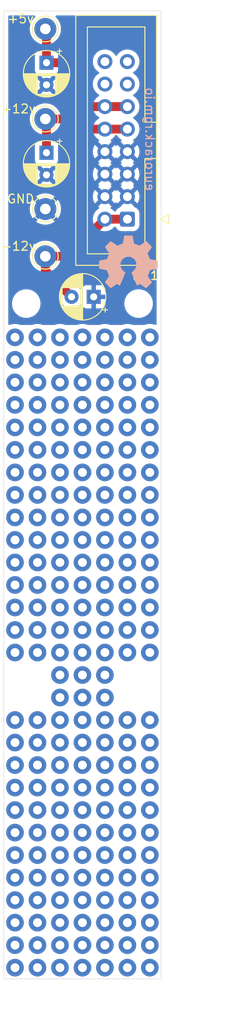
<source format=kicad_pcb>
(kicad_pcb (version 20211014) (generator pcbnew)
  (title_block (title "Eurorack prototype 4HP with power") (date "2022-01-23") (rev "2.1"))
  (layers (0 "F.Cu" signal) (31 "B.Cu" signal) (34 "B.Paste" user) (35 "F.Paste" user) (36 "B.SilkS" user "B.Silkscreen") (37 "F.SilkS" user "F.Silkscreen") (38 "B.Mask" user) (39 "F.Mask" user) (44 "Edge.Cuts" user))
  (net 0 "")
  (net 1 "GND")
  (net 2 "+5V")
  (net 3 "+12V")
  (net 4 "-12V")
  (footprint "eurorack:Pad" (layer "F.Cu") (at 153.67 77.47)
    (fp_text reference "REF**" hide)
    (fp_text value "Pad" hide)
    (pad "1" thru_hole circle (at 0 0) (size 2 2) (drill 1) (layers *.Cu *.Mask))
  )
  (footprint "eurorack:Pad" (layer "F.Cu") (at 151.13 77.47)
    (fp_text reference "REF**" hide)
    (fp_text value "Pad" hide)
    (pad "1" thru_hole circle (at 0 0) (size 2 2) (drill 1) (layers *.Cu *.Mask))
  )
  (footprint "eurorack:Pad" (layer "F.Cu") (at 151.13 74.93)
    (fp_text reference "REF**" hide)
    (fp_text value "Pad" hide)
    (pad "1" thru_hole circle (at 0 0) (size 2 2) (drill 1) (layers *.Cu *.Mask))
  )
  (footprint "eurorack:Pad" (layer "F.Cu") (at 163.83 77.47)
    (fp_text reference "REF**" hide)
    (fp_text value "Pad" hide)
    (pad "1" thru_hole circle (at 0 0) (size 2 2) (drill 1) (layers *.Cu *.Mask))
  )
  (footprint "eurorack:Pad" (layer "F.Cu") (at 161.29 77.47)
    (fp_text reference "REF**" hide)
    (fp_text value "Pad" hide)
    (pad "1" thru_hole circle (at 0 0) (size 2 2) (drill 1) (layers *.Cu *.Mask))
  )
  (footprint "eurorack:Pad" (layer "F.Cu") (at 158.75 74.93)
    (fp_text reference "REF**" hide)
    (fp_text value "Pad" hide)
    (pad "1" thru_hole circle (at 0 0) (size 2 2) (drill 1) (layers *.Cu *.Mask))
  )
  (footprint "eurorack:Pad" (layer "F.Cu") (at 156.21 77.47)
    (fp_text reference "REF**" hide)
    (fp_text value "Pad" hide)
    (pad "1" thru_hole circle (at 0 0) (size 2 2) (drill 1) (layers *.Cu *.Mask))
  )
  (footprint "eurorack:Pad" (layer "F.Cu") (at 156.21 74.93)
    (fp_text reference "REF**" hide)
    (fp_text value "Pad" hide)
    (pad "1" thru_hole circle (at 0 0) (size 2 2) (drill 1) (layers *.Cu *.Mask))
  )
  (footprint "eurorack:Pad" (layer "F.Cu") (at 153.67 74.93)
    (fp_text reference "REF**" hide)
    (fp_text value "Pad" hide)
    (pad "1" thru_hole circle (at 0 0) (size 2 2) (drill 1) (layers *.Cu *.Mask))
  )
  (footprint "eurorack:Pad" (layer "F.Cu") (at 158.75 77.47)
    (fp_text reference "REF**" hide)
    (fp_text value "Pad" hide)
    (pad "1" thru_hole circle (at 0 0) (size 2 2) (drill 1) (layers *.Cu *.Mask))
  )
  (footprint "eurorack:Pad" (layer "F.Cu") (at 163.83 95.25)
    (fp_text reference "REF**" hide)
    (fp_text value "Pad" hide)
    (pad "1" thru_hole circle (at 0 0) (size 2 2) (drill 1) (layers *.Cu *.Mask))
  )
  (footprint "eurorack:Pad" (layer "F.Cu") (at 158.75 80.01)
    (fp_text reference "REF**" hide)
    (fp_text value "Pad" hide)
    (pad "1" thru_hole circle (at 0 0) (size 2 2) (drill 1) (layers *.Cu *.Mask))
  )
  (footprint "eurorack:Pad" (layer "F.Cu") (at 153.67 87.63)
    (fp_text reference "REF**" hide)
    (fp_text value "Pad" hide)
    (pad "1" thru_hole circle (at 0 0) (size 2 2) (drill 1) (layers *.Cu *.Mask))
  )
  (footprint "eurorack:Pad" (layer "F.Cu") (at 156.21 80.01)
    (fp_text reference "REF**" hide)
    (fp_text value "Pad" hide)
    (pad "1" thru_hole circle (at 0 0) (size 2 2) (drill 1) (layers *.Cu *.Mask))
  )
  (footprint "eurorack:Pad" (layer "F.Cu") (at 156.21 92.71)
    (fp_text reference "REF**" hide)
    (fp_text value "Pad" hide)
    (pad "1" thru_hole circle (at 0 0) (size 2 2) (drill 1) (layers *.Cu *.Mask))
  )
  (footprint "eurorack:Pad" (layer "F.Cu") (at 163.83 80.01)
    (fp_text reference "REF**" hide)
    (fp_text value "Pad" hide)
    (pad "1" thru_hole circle (at 0 0) (size 2 2) (drill 1) (layers *.Cu *.Mask))
  )
  (footprint "eurorack:Pad" (layer "F.Cu") (at 161.29 95.25)
    (fp_text reference "REF**" hide)
    (fp_text value "Pad" hide)
    (pad "1" thru_hole circle (at 0 0) (size 2 2) (drill 1) (layers *.Cu *.Mask))
  )
  (footprint "eurorack:Pad" (layer "F.Cu") (at 163.83 90.17)
    (fp_text reference "REF**" hide)
    (fp_text value "Pad" hide)
    (pad "1" thru_hole circle (at 0 0) (size 2 2) (drill 1) (layers *.Cu *.Mask))
  )
  (footprint "eurorack:Pad" (layer "F.Cu") (at 161.29 90.17)
    (fp_text reference "REF**" hide)
    (fp_text value "Pad" hide)
    (pad "1" thru_hole circle (at 0 0) (size 2 2) (drill 1) (layers *.Cu *.Mask))
  )
  (footprint "eurorack:Pad" (layer "F.Cu") (at 151.13 90.17)
    (fp_text reference "REF**" hide)
    (fp_text value "Pad" hide)
    (pad "1" thru_hole circle (at 0 0) (size 2 2) (drill 1) (layers *.Cu *.Mask))
  )
  (footprint "eurorack:Pad" (layer "F.Cu") (at 161.29 82.55)
    (fp_text reference "REF**" hide)
    (fp_text value "Pad" hide)
    (pad "1" thru_hole circle (at 0 0) (size 2 2) (drill 1) (layers *.Cu *.Mask))
  )
  (footprint "eurorack:Pad" (layer "F.Cu") (at 153.67 90.17)
    (fp_text reference "REF**" hide)
    (fp_text value "Pad" hide)
    (pad "1" thru_hole circle (at 0 0) (size 2 2) (drill 1) (layers *.Cu *.Mask))
  )
  (footprint "eurorack:Pad" (layer "F.Cu") (at 156.21 90.17)
    (fp_text reference "REF**" hide)
    (fp_text value "Pad" hide)
    (pad "1" thru_hole circle (at 0 0) (size 2 2) (drill 1) (layers *.Cu *.Mask))
  )
  (footprint "eurorack:Pad" (layer "F.Cu") (at 161.29 80.01)
    (fp_text reference "REF**" hide)
    (fp_text value "Pad" hide)
    (pad "1" thru_hole circle (at 0 0) (size 2 2) (drill 1) (layers *.Cu *.Mask))
  )
  (footprint "eurorack:Pad" (layer "F.Cu") (at 158.75 85.09)
    (fp_text reference "REF**" hide)
    (fp_text value "Pad" hide)
    (pad "1" thru_hole circle (at 0 0) (size 2 2) (drill 1) (layers *.Cu *.Mask))
  )
  (footprint "eurorack:Pad" (layer "F.Cu") (at 151.13 87.63)
    (fp_text reference "REF**" hide)
    (fp_text value "Pad" hide)
    (pad "1" thru_hole circle (at 0 0) (size 2 2) (drill 1) (layers *.Cu *.Mask))
  )
  (footprint "eurorack:Pad" (layer "F.Cu") (at 156.21 97.79)
    (fp_text reference "REF**" hide)
    (fp_text value "Pad" hide)
    (pad "1" thru_hole circle (at 0 0) (size 2 2) (drill 1) (layers *.Cu *.Mask))
  )
  (footprint "eurorack:Pad" (layer "F.Cu") (at 153.67 82.55)
    (fp_text reference "REF**" hide)
    (fp_text value "Pad" hide)
    (pad "1" thru_hole circle (at 0 0) (size 2 2) (drill 1) (layers *.Cu *.Mask))
  )
  (footprint "eurorack:Pad" (layer "F.Cu") (at 158.75 90.17)
    (fp_text reference "REF**" hide)
    (fp_text value "Pad" hide)
    (pad "1" thru_hole circle (at 0 0) (size 2 2) (drill 1) (layers *.Cu *.Mask))
  )
  (footprint "eurorack:Pad" (layer "F.Cu") (at 163.83 87.63)
    (fp_text reference "REF**" hide)
    (fp_text value "Pad" hide)
    (pad "1" thru_hole circle (at 0 0) (size 2 2) (drill 1) (layers *.Cu *.Mask))
  )
  (footprint "eurorack:Pad" (layer "F.Cu") (at 158.75 95.25)
    (fp_text reference "REF**" hide)
    (fp_text value "Pad" hide)
    (pad "1" thru_hole circle (at 0 0) (size 2 2) (drill 1) (layers *.Cu *.Mask))
  )
  (footprint "eurorack:Pad" (layer "F.Cu") (at 156.21 87.63)
    (fp_text reference "REF**" hide)
    (fp_text value "Pad" hide)
    (pad "1" thru_hole circle (at 0 0) (size 2 2) (drill 1) (layers *.Cu *.Mask))
  )
  (footprint "eurorack:Pad" (layer "F.Cu") (at 153.67 80.01)
    (fp_text reference "REF**" hide)
    (fp_text value "Pad" hide)
    (pad "1" thru_hole circle (at 0 0) (size 2 2) (drill 1) (layers *.Cu *.Mask))
  )
  (footprint "eurorack:Pad" (layer "F.Cu") (at 158.75 97.79)
    (fp_text reference "REF**" hide)
    (fp_text value "Pad" hide)
    (pad "1" thru_hole circle (at 0 0) (size 2 2) (drill 1) (layers *.Cu *.Mask))
  )
  (footprint "eurorack:Pad" (layer "F.Cu") (at 158.75 92.71)
    (fp_text reference "REF**" hide)
    (fp_text value "Pad" hide)
    (pad "1" thru_hole circle (at 0 0) (size 2 2) (drill 1) (layers *.Cu *.Mask))
  )
  (footprint "eurorack:Pad" (layer "F.Cu") (at 163.83 92.71)
    (fp_text reference "REF**" hide)
    (fp_text value "Pad" hide)
    (pad "1" thru_hole circle (at 0 0) (size 2 2) (drill 1) (layers *.Cu *.Mask))
  )
  (footprint "eurorack:Pad" (layer "F.Cu") (at 153.67 95.25)
    (fp_text reference "REF**" hide)
    (fp_text value "Pad" hide)
    (pad "1" thru_hole circle (at 0 0) (size 2 2) (drill 1) (layers *.Cu *.Mask))
  )
  (footprint "eurorack:Pad" (layer "F.Cu") (at 163.83 97.79)
    (fp_text reference "REF**" hide)
    (fp_text value "Pad" hide)
    (pad "1" thru_hole circle (at 0 0) (size 2 2) (drill 1) (layers *.Cu *.Mask))
  )
  (footprint "eurorack:Pad" (layer "F.Cu") (at 161.29 92.71)
    (fp_text reference "REF**" hide)
    (fp_text value "Pad" hide)
    (pad "1" thru_hole circle (at 0 0) (size 2 2) (drill 1) (layers *.Cu *.Mask))
  )
  (footprint "eurorack:Pad" (layer "F.Cu") (at 163.83 85.09)
    (fp_text reference "REF**" hide)
    (fp_text value "Pad" hide)
    (pad "1" thru_hole circle (at 0 0) (size 2 2) (drill 1) (layers *.Cu *.Mask))
  )
  (footprint "eurorack:Pad" (layer "F.Cu") (at 153.67 92.71)
    (fp_text reference "REF**" hide)
    (fp_text value "Pad" hide)
    (pad "1" thru_hole circle (at 0 0) (size 2 2) (drill 1) (layers *.Cu *.Mask))
  )
  (footprint "eurorack:Pad" (layer "F.Cu") (at 158.75 87.63)
    (fp_text reference "REF**" hide)
    (fp_text value "Pad" hide)
    (pad "1" thru_hole circle (at 0 0) (size 2 2) (drill 1) (layers *.Cu *.Mask))
  )
  (footprint "eurorack:Pad" (layer "F.Cu") (at 156.21 95.25)
    (fp_text reference "REF**" hide)
    (fp_text value "Pad" hide)
    (pad "1" thru_hole circle (at 0 0) (size 2 2) (drill 1) (layers *.Cu *.Mask))
  )
  (footprint "eurorack:Pad" (layer "F.Cu") (at 151.13 92.71)
    (fp_text reference "REF**" hide)
    (fp_text value "Pad" hide)
    (pad "1" thru_hole circle (at 0 0) (size 2 2) (drill 1) (layers *.Cu *.Mask))
  )
  (footprint "eurorack:Pad" (layer "F.Cu") (at 163.83 82.55)
    (fp_text reference "REF**" hide)
    (fp_text value "Pad" hide)
    (pad "1" thru_hole circle (at 0 0) (size 2 2) (drill 1) (layers *.Cu *.Mask))
  )
  (footprint "eurorack:Pad" (layer "F.Cu") (at 161.29 87.63)
    (fp_text reference "REF**" hide)
    (fp_text value "Pad" hide)
    (pad "1" thru_hole circle (at 0 0) (size 2 2) (drill 1) (layers *.Cu *.Mask))
  )
  (footprint "eurorack:Pad" (layer "F.Cu") (at 156.21 82.55)
    (fp_text reference "REF**" hide)
    (fp_text value "Pad" hide)
    (pad "1" thru_hole circle (at 0 0) (size 2 2) (drill 1) (layers *.Cu *.Mask))
  )
  (footprint "eurorack:Pad" (layer "F.Cu") (at 158.75 82.55)
    (fp_text reference "REF**" hide)
    (fp_text value "Pad" hide)
    (pad "1" thru_hole circle (at 0 0) (size 2 2) (drill 1) (layers *.Cu *.Mask))
  )
  (footprint "eurorack:Pad" (layer "F.Cu") (at 161.29 97.79)
    (fp_text reference "REF**" hide)
    (fp_text value "Pad" hide)
    (pad "1" thru_hole circle (at 0 0) (size 2 2) (drill 1) (layers *.Cu *.Mask))
  )
  (footprint "eurorack:Pad" (layer "F.Cu") (at 151.13 82.55)
    (fp_text reference "REF**" hide)
    (fp_text value "Pad" hide)
    (pad "1" thru_hole circle (at 0 0) (size 2 2) (drill 1) (layers *.Cu *.Mask))
  )
  (footprint "eurorack:Pad" (layer "F.Cu") (at 151.13 85.09)
    (fp_text reference "REF**" hide)
    (fp_text value "Pad" hide)
    (pad "1" thru_hole circle (at 0 0) (size 2 2) (drill 1) (layers *.Cu *.Mask))
  )
  (footprint "eurorack:Pad" (layer "F.Cu") (at 161.29 85.09)
    (fp_text reference "REF**" hide)
    (fp_text value "Pad" hide)
    (pad "1" thru_hole circle (at 0 0) (size 2 2) (drill 1) (layers *.Cu *.Mask))
  )
  (footprint "eurorack:Pad" (layer "F.Cu") (at 156.21 85.09)
    (fp_text reference "REF**" hide)
    (fp_text value "Pad" hide)
    (pad "1" thru_hole circle (at 0 0) (size 2 2) (drill 1) (layers *.Cu *.Mask))
  )
  (footprint "eurorack:Pad" (layer "F.Cu") (at 151.13 95.25)
    (fp_text reference "REF**" hide)
    (fp_text value "Pad" hide)
    (pad "1" thru_hole circle (at 0 0) (size 2 2) (drill 1) (layers *.Cu *.Mask))
  )
  (footprint "eurorack:Pad" (layer "F.Cu") (at 151.13 80.01)
    (fp_text reference "REF**" hide)
    (fp_text value "Pad" hide)
    (pad "1" thru_hole circle (at 0 0) (size 2 2) (drill 1) (layers *.Cu *.Mask))
  )
  (footprint "eurorack:Pad" (layer "F.Cu") (at 153.67 97.79)
    (fp_text reference "REF**" hide)
    (fp_text value "Pad" hide)
    (pad "1" thru_hole circle (at 0 0) (size 2 2) (drill 1) (layers *.Cu *.Mask))
  )
  (footprint "eurorack:Pad" (layer "F.Cu") (at 151.13 97.79)
    (fp_text reference "REF**" hide)
    (fp_text value "Pad" hide)
    (pad "1" thru_hole circle (at 0 0) (size 2 2) (drill 1) (layers *.Cu *.Mask))
  )
  (footprint "eurorack:Pad" (layer "F.Cu") (at 153.67 85.09)
    (fp_text reference "REF**" hide)
    (fp_text value "Pad" hide)
    (pad "1" thru_hole circle (at 0 0) (size 2 2) (drill 1) (layers *.Cu *.Mask))
  )
  (footprint "eurorack:Pad" (layer "F.Cu") (at 158.75 113.03)
    (fp_text reference "REF**" hide)
    (fp_text value "Pad" hide)
    (pad "1" thru_hole circle (at 0 0) (size 2 2) (drill 1) (layers *.Cu *.Mask))
  )
  (footprint "eurorack:Pad" (layer "F.Cu") (at 156.21 100.33)
    (fp_text reference "REF**" hide)
    (fp_text value "Pad" hide)
    (pad "1" thru_hole circle (at 0 0) (size 2 2) (drill 1) (layers *.Cu *.Mask))
  )
  (footprint "eurorack:Pad" (layer "F.Cu") (at 151.13 107.95)
    (fp_text reference "REF**" hide)
    (fp_text value "Pad" hide)
    (pad "1" thru_hole circle (at 0 0) (size 2 2) (drill 1) (layers *.Cu *.Mask))
  )
  (footprint "eurorack:Pad" (layer "F.Cu") (at 161.29 100.33)
    (fp_text reference "REF**" hide)
    (fp_text value "Pad" hide)
    (pad "1" thru_hole circle (at 0 0) (size 2 2) (drill 1) (layers *.Cu *.Mask))
  )
  (footprint "eurorack:Pad" (layer "F.Cu") (at 163.83 107.95)
    (fp_text reference "REF**" hide)
    (fp_text value "Pad" hide)
    (pad "1" thru_hole circle (at 0 0) (size 2 2) (drill 1) (layers *.Cu *.Mask))
  )
  (footprint "eurorack:Pad" (layer "F.Cu") (at 163.83 100.33)
    (fp_text reference "REF**" hide)
    (fp_text value "Pad" hide)
    (pad "1" thru_hole circle (at 0 0) (size 2 2) (drill 1) (layers *.Cu *.Mask))
  )
  (footprint "eurorack:Pad" (layer "F.Cu") (at 158.75 100.33)
    (fp_text reference "REF**" hide)
    (fp_text value "Pad" hide)
    (pad "1" thru_hole circle (at 0 0) (size 2 2) (drill 1) (layers *.Cu *.Mask))
  )
  (footprint "eurorack:Pad" (layer "F.Cu") (at 151.13 110.49)
    (fp_text reference "REF**" hide)
    (fp_text value "Pad" hide)
    (pad "1" thru_hole circle (at 0 0) (size 2 2) (drill 1) (layers *.Cu *.Mask))
  )
  (footprint "eurorack:Pad" (layer "F.Cu") (at 153.67 105.41)
    (fp_text reference "REF**" hide)
    (fp_text value "Pad" hide)
    (pad "1" thru_hole circle (at 0 0) (size 2 2) (drill 1) (layers *.Cu *.Mask))
  )
  (footprint "eurorack:Pad" (layer "F.Cu") (at 161.29 102.87)
    (fp_text reference "REF**" hide)
    (fp_text value "Pad" hide)
    (pad "1" thru_hole circle (at 0 0) (size 2 2) (drill 1) (layers *.Cu *.Mask))
  )
  (footprint "eurorack:Pad" (layer "F.Cu") (at 158.75 107.95)
    (fp_text reference "REF**" hide)
    (fp_text value "Pad" hide)
    (pad "1" thru_hole circle (at 0 0) (size 2 2) (drill 1) (layers *.Cu *.Mask))
  )
  (footprint "eurorack:Pad" (layer "F.Cu") (at 161.29 115.57)
    (fp_text reference "REF**" hide)
    (fp_text value "Pad" hide)
    (pad "1" thru_hole circle (at 0 0) (size 2 2) (drill 1) (layers *.Cu *.Mask))
  )
  (footprint "eurorack:Pad" (layer "F.Cu") (at 153.67 110.49)
    (fp_text reference "REF**" hide)
    (fp_text value "Pad" hide)
    (pad "1" thru_hole circle (at 0 0) (size 2 2) (drill 1) (layers *.Cu *.Mask))
  )
  (footprint "eurorack:Pad" (layer "F.Cu") (at 156.21 105.41)
    (fp_text reference "REF**" hide)
    (fp_text value "Pad" hide)
    (pad "1" thru_hole circle (at 0 0) (size 2 2) (drill 1) (layers *.Cu *.Mask))
  )
  (footprint "eurorack:Pad" (layer "F.Cu") (at 153.67 102.87)
    (fp_text reference "REF**" hide)
    (fp_text value "Pad" hide)
    (pad "1" thru_hole circle (at 0 0) (size 2 2) (drill 1) (layers *.Cu *.Mask))
  )
  (footprint "eurorack:Pad" (layer "F.Cu") (at 156.21 110.49)
    (fp_text reference "REF**" hide)
    (fp_text value "Pad" hide)
    (pad "1" thru_hole circle (at 0 0) (size 2 2) (drill 1) (layers *.Cu *.Mask))
  )
  (footprint "eurorack:Pad" (layer "F.Cu") (at 151.13 105.41)
    (fp_text reference "REF**" hide)
    (fp_text value "Pad" hide)
    (pad "1" thru_hole circle (at 0 0) (size 2 2) (drill 1) (layers *.Cu *.Mask))
  )
  (footprint "eurorack:Pad" (layer "F.Cu") (at 153.67 100.33)
    (fp_text reference "REF**" hide)
    (fp_text value "Pad" hide)
    (pad "1" thru_hole circle (at 0 0) (size 2 2) (drill 1) (layers *.Cu *.Mask))
  )
  (footprint "eurorack:Pad" (layer "F.Cu") (at 156.21 107.95)
    (fp_text reference "REF**" hide)
    (fp_text value "Pad" hide)
    (pad "1" thru_hole circle (at 0 0) (size 2 2) (drill 1) (layers *.Cu *.Mask))
  )
  (footprint "eurorack:Pad" (layer "F.Cu") (at 156.21 113.03)
    (fp_text reference "REF**" hide)
    (fp_text value "Pad" hide)
    (pad "1" thru_hole circle (at 0 0) (size 2 2) (drill 1) (layers *.Cu *.Mask))
  )
  (footprint "eurorack:Pad" (layer "F.Cu") (at 153.67 107.95)
    (fp_text reference "REF**" hide)
    (fp_text value "Pad" hide)
    (pad "1" thru_hole circle (at 0 0) (size 2 2) (drill 1) (layers *.Cu *.Mask))
  )
  (footprint "eurorack:Pad" (layer "F.Cu") (at 163.83 102.87)
    (fp_text reference "REF**" hide)
    (fp_text value "Pad" hide)
    (pad "1" thru_hole circle (at 0 0) (size 2 2) (drill 1) (layers *.Cu *.Mask))
  )
  (footprint "eurorack:Pad" (layer "F.Cu") (at 158.75 105.41)
    (fp_text reference "REF**" hide)
    (fp_text value "Pad" hide)
    (pad "1" thru_hole circle (at 0 0) (size 2 2) (drill 1) (layers *.Cu *.Mask))
  )
  (footprint "eurorack:Pad" (layer "F.Cu") (at 151.13 102.87)
    (fp_text reference "REF**" hide)
    (fp_text value "Pad" hide)
    (pad "1" thru_hole circle (at 0 0) (size 2 2) (drill 1) (layers *.Cu *.Mask))
  )
  (footprint "eurorack:Pad" (layer "F.Cu") (at 151.13 100.33)
    (fp_text reference "REF**" hide)
    (fp_text value "Pad" hide)
    (pad "1" thru_hole circle (at 0 0) (size 2 2) (drill 1) (layers *.Cu *.Mask))
  )
  (footprint "eurorack:Pad" (layer "F.Cu") (at 161.29 105.41)
    (fp_text reference "REF**" hide)
    (fp_text value "Pad" hide)
    (pad "1" thru_hole circle (at 0 0) (size 2 2) (drill 1) (layers *.Cu *.Mask))
  )
  (footprint "eurorack:Pad" (layer "F.Cu") (at 158.75 102.87)
    (fp_text reference "REF**" hide)
    (fp_text value "Pad" hide)
    (pad "1" thru_hole circle (at 0 0) (size 2 2) (drill 1) (layers *.Cu *.Mask))
  )
  (footprint "eurorack:Pad" (layer "F.Cu") (at 163.83 105.41)
    (fp_text reference "REF**" hide)
    (fp_text value "Pad" hide)
    (pad "1" thru_hole circle (at 0 0) (size 2 2) (drill 1) (layers *.Cu *.Mask))
  )
  (footprint "eurorack:Pad" (layer "F.Cu") (at 161.29 107.95)
    (fp_text reference "REF**" hide)
    (fp_text value "Pad" hide)
    (pad "1" thru_hole circle (at 0 0) (size 2 2) (drill 1) (layers *.Cu *.Mask))
  )
  (footprint "eurorack:Pad" (layer "F.Cu") (at 158.75 115.57)
    (fp_text reference "REF**" hide)
    (fp_text value "Pad" hide)
    (pad "1" thru_hole circle (at 0 0) (size 2 2) (drill 1) (layers *.Cu *.Mask))
  )
  (footprint "eurorack:Pad" (layer "F.Cu") (at 158.75 110.49)
    (fp_text reference "REF**" hide)
    (fp_text value "Pad" hide)
    (pad "1" thru_hole circle (at 0 0) (size 2 2) (drill 1) (layers *.Cu *.Mask))
  )
  (footprint "eurorack:Pad" (layer "F.Cu") (at 156.21 102.87)
    (fp_text reference "REF**" hide)
    (fp_text value "Pad" hide)
    (pad "1" thru_hole circle (at 0 0) (size 2 2) (drill 1) (layers *.Cu *.Mask))
  )
  (footprint "eurorack:Pad" (layer "F.Cu") (at 156.21 115.57)
    (fp_text reference "REF**" hide)
    (fp_text value "Pad" hide)
    (pad "1" thru_hole circle (at 0 0) (size 2 2) (drill 1) (layers *.Cu *.Mask))
  )
  (footprint "eurorack:Pad" (layer "F.Cu") (at 156.21 128.27)
    (fp_text reference "REF**" hide)
    (fp_text value "Pad" hide)
    (pad "1" thru_hole circle (at 0 0) (size 2 2) (drill 1) (layers *.Cu *.Mask))
  )
  (footprint "eurorack:Pad" (layer "F.Cu") (at 158.75 125.73)
    (fp_text reference "REF**" hide)
    (fp_text value "Pad" hide)
    (pad "1" thru_hole circle (at 0 0) (size 2 2) (drill 1) (layers *.Cu *.Mask))
  )
  (footprint "eurorack:Pad" (layer "F.Cu") (at 161.29 133.35)
    (fp_text reference "REF**" hide)
    (fp_text value "Pad" hide)
    (pad "1" thru_hole circle (at 0 0) (size 2 2) (drill 1) (layers *.Cu *.Mask))
  )
  (footprint "eurorack:Pad" (layer "F.Cu") (at 156.21 133.35)
    (fp_text reference "REF**" hide)
    (fp_text value "Pad" hide)
    (pad "1" thru_hole circle (at 0 0) (size 2 2) (drill 1) (layers *.Cu *.Mask))
  )
  (footprint "eurorack:Pad" (layer "F.Cu") (at 156.21 118.11)
    (fp_text reference "REF**" hide)
    (fp_text value "Pad" hide)
    (pad "1" thru_hole circle (at 0 0) (size 2 2) (drill 1) (layers *.Cu *.Mask))
  )
  (footprint "eurorack:Pad" (layer "F.Cu") (at 153.67 125.73)
    (fp_text reference "REF**" hide)
    (fp_text value "Pad" hide)
    (pad "1" thru_hole circle (at 0 0) (size 2 2) (drill 1) (layers *.Cu *.Mask))
  )
  (footprint "eurorack:Pad" (layer "F.Cu") (at 158.75 118.11)
    (fp_text reference "REF**" hide)
    (fp_text value "Pad" hide)
    (pad "1" thru_hole circle (at 0 0) (size 2 2) (drill 1) (layers *.Cu *.Mask))
  )
  (footprint "eurorack:Pad" (layer "F.Cu") (at 151.13 118.11)
    (fp_text reference "REF**" hide)
    (fp_text value "Pad" hide)
    (pad "1" thru_hole circle (at 0 0) (size 2 2) (drill 1) (layers *.Cu *.Mask))
  )
  (footprint "eurorack:Pad" (layer "F.Cu") (at 161.29 128.27)
    (fp_text reference "REF**" hide)
    (fp_text value "Pad" hide)
    (pad "1" thru_hole circle (at 0 0) (size 2 2) (drill 1) (layers *.Cu *.Mask))
  )
  (footprint "eurorack:Pad" (layer "F.Cu") (at 153.67 128.27)
    (fp_text reference "REF**" hide)
    (fp_text value "Pad" hide)
    (pad "1" thru_hole circle (at 0 0) (size 2 2) (drill 1) (layers *.Cu *.Mask))
  )
  (footprint "eurorack:Pad" (layer "F.Cu") (at 163.83 130.81)
    (fp_text reference "REF**" hide)
    (fp_text value "Pad" hide)
    (pad "1" thru_hole circle (at 0 0) (size 2 2) (drill 1) (layers *.Cu *.Mask))
  )
  (footprint "eurorack:Pad" (layer "F.Cu") (at 163.83 118.11)
    (fp_text reference "REF**" hide)
    (fp_text value "Pad" hide)
    (pad "1" thru_hole circle (at 0 0) (size 2 2) (drill 1) (layers *.Cu *.Mask))
  )
  (footprint "eurorack:Pad" (layer "F.Cu") (at 153.67 130.81)
    (fp_text reference "REF**" hide)
    (fp_text value "Pad" hide)
    (pad "1" thru_hole circle (at 0 0) (size 2 2) (drill 1) (layers *.Cu *.Mask))
  )
  (footprint "eurorack:Pad" (layer "F.Cu") (at 156.21 135.89)
    (fp_text reference "REF**" hide)
    (fp_text value "Pad" hide)
    (pad "1" thru_hole circle (at 0 0) (size 2 2) (drill 1) (layers *.Cu *.Mask))
  )
  (footprint "eurorack:Pad" (layer "F.Cu") (at 156.21 125.73)
    (fp_text reference "REF**" hide)
    (fp_text value "Pad" hide)
    (pad "1" thru_hole circle (at 0 0) (size 2 2) (drill 1) (layers *.Cu *.Mask))
  )
  (footprint "eurorack:Pad" (layer "F.Cu") (at 163.83 128.27)
    (fp_text reference "REF**" hide)
    (fp_text value "Pad" hide)
    (pad "1" thru_hole circle (at 0 0) (size 2 2) (drill 1) (layers *.Cu *.Mask))
  )
  (footprint "eurorack:Pad" (layer "F.Cu") (at 158.75 120.65)
    (fp_text reference "REF**" hide)
    (fp_text value "Pad" hide)
    (pad "1" thru_hole circle (at 0 0) (size 2 2) (drill 1) (layers *.Cu *.Mask))
  )
  (footprint "eurorack:Pad" (layer "F.Cu") (at 156.21 120.65)
    (fp_text reference "REF**" hide)
    (fp_text value "Pad" hide)
    (pad "1" thru_hole circle (at 0 0) (size 2 2) (drill 1) (layers *.Cu *.Mask))
  )
  (footprint "eurorack:Pad" (layer "F.Cu") (at 151.13 125.73)
    (fp_text reference "REF**" hide)
    (fp_text value "Pad" hide)
    (pad "1" thru_hole circle (at 0 0) (size 2 2) (drill 1) (layers *.Cu *.Mask))
  )
  (footprint "eurorack:Pad" (layer "F.Cu") (at 151.13 128.27)
    (fp_text reference "REF**" hide)
    (fp_text value "Pad" hide)
    (pad "1" thru_hole circle (at 0 0) (size 2 2) (drill 1) (layers *.Cu *.Mask))
  )
  (footprint "eurorack:Pad" (layer "F.Cu") (at 153.67 123.19)
    (fp_text reference "REF**" hide)
    (fp_text value "Pad" hide)
    (pad "1" thru_hole circle (at 0 0) (size 2 2) (drill 1) (layers *.Cu *.Mask))
  )
  (footprint "eurorack:Pad" (layer "F.Cu") (at 153.67 135.89)
    (fp_text reference "REF**" hide)
    (fp_text value "Pad" hide)
    (pad "1" thru_hole circle (at 0 0) (size 2 2) (drill 1) (layers *.Cu *.Mask))
  )
  (footprint "eurorack:Pad" (layer "F.Cu") (at 163.83 135.89)
    (fp_text reference "REF**" hide)
    (fp_text value "Pad" hide)
    (pad "1" thru_hole circle (at 0 0) (size 2 2) (drill 1) (layers *.Cu *.Mask))
  )
  (footprint "eurorack:Pad" (layer "F.Cu") (at 163.83 123.19)
    (fp_text reference "REF**" hide)
    (fp_text value "Pad" hide)
    (pad "1" thru_hole circle (at 0 0) (size 2 2) (drill 1) (layers *.Cu *.Mask))
  )
  (footprint "eurorack:Pad" (layer "F.Cu") (at 151.13 120.65)
    (fp_text reference "REF**" hide)
    (fp_text value "Pad" hide)
    (pad "1" thru_hole circle (at 0 0) (size 2 2) (drill 1) (layers *.Cu *.Mask))
  )
  (footprint "eurorack:Pad" (layer "F.Cu") (at 163.83 120.65)
    (fp_text reference "REF**" hide)
    (fp_text value "Pad" hide)
    (pad "1" thru_hole circle (at 0 0) (size 2 2) (drill 1) (layers *.Cu *.Mask))
  )
  (footprint "eurorack:Pad" (layer "F.Cu") (at 153.67 120.65)
    (fp_text reference "REF**" hide)
    (fp_text value "Pad" hide)
    (pad "1" thru_hole circle (at 0 0) (size 2 2) (drill 1) (layers *.Cu *.Mask))
  )
  (footprint "eurorack:Pad" (layer "F.Cu") (at 153.67 133.35)
    (fp_text reference "REF**" hide)
    (fp_text value "Pad" hide)
    (pad "1" thru_hole circle (at 0 0) (size 2 2) (drill 1) (layers *.Cu *.Mask))
  )
  (footprint "eurorack:Pad" (layer "F.Cu") (at 151.13 135.89)
    (fp_text reference "REF**" hide)
    (fp_text value "Pad" hide)
    (pad "1" thru_hole circle (at 0 0) (size 2 2) (drill 1) (layers *.Cu *.Mask))
  )
  (footprint "eurorack:Pad" (layer "F.Cu") (at 158.75 128.27)
    (fp_text reference "REF**" hide)
    (fp_text value "Pad" hide)
    (pad "1" thru_hole circle (at 0 0) (size 2 2) (drill 1) (layers *.Cu *.Mask))
  )
  (footprint "eurorack:Pad" (layer "F.Cu") (at 151.13 130.81)
    (fp_text reference "REF**" hide)
    (fp_text value "Pad" hide)
    (pad "1" thru_hole circle (at 0 0) (size 2 2) (drill 1) (layers *.Cu *.Mask))
  )
  (footprint "eurorack:Pad" (layer "F.Cu") (at 158.75 123.19)
    (fp_text reference "REF**" hide)
    (fp_text value "Pad" hide)
    (pad "1" thru_hole circle (at 0 0) (size 2 2) (drill 1) (layers *.Cu *.Mask))
  )
  (footprint "eurorack:Pad" (layer "F.Cu") (at 156.21 130.81)
    (fp_text reference "REF**" hide)
    (fp_text value "Pad" hide)
    (pad "1" thru_hole circle (at 0 0) (size 2 2) (drill 1) (layers *.Cu *.Mask))
  )
  (footprint "eurorack:Pad" (layer "F.Cu") (at 151.13 133.35)
    (fp_text reference "REF**" hide)
    (fp_text value "Pad" hide)
    (pad "1" thru_hole circle (at 0 0) (size 2 2) (drill 1) (layers *.Cu *.Mask))
  )
  (footprint "eurorack:Pad" (layer "F.Cu") (at 158.75 130.81)
    (fp_text reference "REF**" hide)
    (fp_text value "Pad" hide)
    (pad "1" thru_hole circle (at 0 0) (size 2 2) (drill 1) (layers *.Cu *.Mask))
  )
  (footprint "eurorack:Pad" (layer "F.Cu") (at 163.83 125.73)
    (fp_text reference "REF**" hide)
    (fp_text value "Pad" hide)
    (pad "1" thru_hole circle (at 0 0) (size 2 2) (drill 1) (layers *.Cu *.Mask))
  )
  (footprint "eurorack:Pad" (layer "F.Cu") (at 161.29 125.73)
    (fp_text reference "REF**" hide)
    (fp_text value "Pad" hide)
    (pad "1" thru_hole circle (at 0 0) (size 2 2) (drill 1) (layers *.Cu *.Mask))
  )
  (footprint "eurorack:Pad" (layer "F.Cu") (at 161.29 123.19)
    (fp_text reference "REF**" hide)
    (fp_text value "Pad" hide)
    (pad "1" thru_hole circle (at 0 0) (size 2 2) (drill 1) (layers *.Cu *.Mask))
  )
  (footprint "eurorack:Pad" (layer "F.Cu") (at 161.29 118.11)
    (fp_text reference "REF**" hide)
    (fp_text value "Pad" hide)
    (pad "1" thru_hole circle (at 0 0) (size 2 2) (drill 1) (layers *.Cu *.Mask))
  )
  (footprint "eurorack:Pad" (layer "F.Cu") (at 151.13 123.19)
    (fp_text reference "REF**" hide)
    (fp_text value "Pad" hide)
    (pad "1" thru_hole circle (at 0 0) (size 2 2) (drill 1) (layers *.Cu *.Mask))
  )
  (footprint "eurorack:Pad" (layer "F.Cu") (at 158.75 135.89)
    (fp_text reference "REF**" hide)
    (fp_text value "Pad" hide)
    (pad "1" thru_hole circle (at 0 0) (size 2 2) (drill 1) (layers *.Cu *.Mask))
  )
  (footprint "eurorack:Pad" (layer "F.Cu") (at 161.29 130.81)
    (fp_text reference "REF**" hide)
    (fp_text value "Pad" hide)
    (pad "1" thru_hole circle (at 0 0) (size 2 2) (drill 1) (layers *.Cu *.Mask))
  )
  (footprint "eurorack:Pad" (layer "F.Cu") (at 153.67 118.11)
    (fp_text reference "REF**" hide)
    (fp_text value "Pad" hide)
    (pad "1" thru_hole circle (at 0 0) (size 2 2) (drill 1) (layers *.Cu *.Mask))
  )
  (footprint "eurorack:Pad" (layer "F.Cu") (at 161.29 120.65)
    (fp_text reference "REF**" hide)
    (fp_text value "Pad" hide)
    (pad "1" thru_hole circle (at 0 0) (size 2 2) (drill 1) (layers *.Cu *.Mask))
  )
  (footprint "eurorack:Pad" (layer "F.Cu") (at 163.83 133.35)
    (fp_text reference "REF**" hide)
    (fp_text value "Pad" hide)
    (pad "1" thru_hole circle (at 0 0) (size 2 2) (drill 1) (layers *.Cu *.Mask))
  )
  (footprint "eurorack:Pad" (layer "F.Cu") (at 156.21 123.19)
    (fp_text reference "REF**" hide)
    (fp_text value "Pad" hide)
    (pad "1" thru_hole circle (at 0 0) (size 2 2) (drill 1) (layers *.Cu *.Mask))
  )
  (footprint "eurorack:Pad" (layer "F.Cu") (at 158.75 133.35)
    (fp_text reference "REF**" hide)
    (fp_text value "Pad" hide)
    (pad "1" thru_hole circle (at 0 0) (size 2 2) (drill 1) (layers *.Cu *.Mask))
  )
  (footprint "eurorack:Pad" (layer "F.Cu") (at 161.29 135.89)
    (fp_text reference "REF**" hide)
    (fp_text value "Pad" hide)
    (pad "1" thru_hole circle (at 0 0) (size 2 2) (drill 1) (layers *.Cu *.Mask))
  )
  (footprint "eurorack:Pad" (layer "F.Cu") (at 156.21 140.97)
    (fp_text reference "REF**" hide)
    (fp_text value "Pad" hide)
    (pad "1" thru_hole circle (at 0 0) (size 2 2) (drill 1) (layers *.Cu *.Mask))
  )
  (footprint "eurorack:Pad" (layer "F.Cu") (at 158.75 138.43)
    (fp_text reference "REF**" hide)
    (fp_text value "Pad" hide)
    (pad "1" thru_hole circle (at 0 0) (size 2 2) (drill 1) (layers *.Cu *.Mask))
  )
  (footprint "eurorack:Pad" (layer "F.Cu") (at 153.67 138.43)
    (fp_text reference "REF**" hide)
    (fp_text value "Pad" hide)
    (pad "1" thru_hole circle (at 0 0) (size 2 2) (drill 1) (layers *.Cu *.Mask))
  )
  (footprint "eurorack:Pad" (layer "F.Cu") (at 158.75 140.97)
    (fp_text reference "REF**" hide)
    (fp_text value "Pad" hide)
    (pad "1" thru_hole circle (at 0 0) (size 2 2) (drill 1) (layers *.Cu *.Mask))
  )
  (footprint "eurorack:Pad" (layer "F.Cu") (at 156.21 138.43)
    (fp_text reference "REF**" hide)
    (fp_text value "Pad" hide)
    (pad "1" thru_hole circle (at 0 0) (size 2 2) (drill 1) (layers *.Cu *.Mask))
  )
  (footprint "eurorack:Pad" (layer "F.Cu") (at 161.29 138.43)
    (fp_text reference "REF**" hide)
    (fp_text value "Pad" hide)
    (pad "1" thru_hole circle (at 0 0) (size 2 2) (drill 1) (layers *.Cu *.Mask))
  )
  (footprint "eurorack:Pad" (layer "F.Cu") (at 161.29 143.51)
    (fp_text reference "REF**" hide)
    (fp_text value "Pad" hide)
    (pad "1" thru_hole circle (at 0 0) (size 2 2) (drill 1) (layers *.Cu *.Mask))
  )
  (footprint "eurorack:Pad" (layer "F.Cu") (at 163.83 140.97)
    (fp_text reference "REF**" hide)
    (fp_text value "Pad" hide)
    (pad "1" thru_hole circle (at 0 0) (size 2 2) (drill 1) (layers *.Cu *.Mask))
  )
  (footprint "eurorack:Pad" (layer "F.Cu") (at 151.13 143.51)
    (fp_text reference "REF**" hide)
    (fp_text value "Pad" hide)
    (pad "1" thru_hole circle (at 0 0) (size 2 2) (drill 1) (layers *.Cu *.Mask))
  )
  (footprint "eurorack:Pad" (layer "F.Cu") (at 163.83 138.43)
    (fp_text reference "REF**" hide)
    (fp_text value "Pad" hide)
    (pad "1" thru_hole circle (at 0 0) (size 2 2) (drill 1) (layers *.Cu *.Mask))
  )
  (footprint "eurorack:Pad" (layer "F.Cu") (at 151.13 140.97)
    (fp_text reference "REF**" hide)
    (fp_text value "Pad" hide)
    (pad "1" thru_hole circle (at 0 0) (size 2 2) (drill 1) (layers *.Cu *.Mask))
  )
  (footprint "eurorack:Pad" (layer "F.Cu") (at 156.21 143.51)
    (fp_text reference "REF**" hide)
    (fp_text value "Pad" hide)
    (pad "1" thru_hole circle (at 0 0) (size 2 2) (drill 1) (layers *.Cu *.Mask))
  )
  (footprint "eurorack:Pad" (layer "F.Cu") (at 151.13 138.43)
    (fp_text reference "REF**" hide)
    (fp_text value "Pad" hide)
    (pad "1" thru_hole circle (at 0 0) (size 2 2) (drill 1) (layers *.Cu *.Mask))
  )
  (footprint "eurorack:Pad" (layer "F.Cu") (at 153.67 140.97)
    (fp_text reference "REF**" hide)
    (fp_text value "Pad" hide)
    (pad "1" thru_hole circle (at 0 0) (size 2 2) (drill 1) (layers *.Cu *.Mask))
  )
  (footprint "eurorack:Pad" (layer "F.Cu") (at 161.29 140.97)
    (fp_text reference "REF**" hide)
    (fp_text value "Pad" hide)
    (pad "1" thru_hole circle (at 0 0) (size 2 2) (drill 1) (layers *.Cu *.Mask))
  )
  (footprint "eurorack:Pad" (layer "F.Cu") (at 153.67 143.51)
    (fp_text reference "REF**" hide)
    (fp_text value "Pad" hide)
    (pad "1" thru_hole circle (at 0 0) (size 2 2) (drill 1) (layers *.Cu *.Mask))
  )
  (footprint "eurorack:Pad" (layer "F.Cu") (at 163.83 143.51)
    (fp_text reference "REF**" hide)
    (fp_text value "Pad" hide)
    (pad "1" thru_hole circle (at 0 0) (size 2 2) (drill 1) (layers *.Cu *.Mask))
  )
  (footprint "eurorack:Pad" (layer "F.Cu") (at 158.75 143.51)
    (fp_text reference "REF**" hide)
    (fp_text value "Pad" hide)
    (pad "1" thru_hole circle (at 0 0) (size 2 2) (drill 1) (layers *.Cu *.Mask))
  )
  (footprint "MountingHole:MountingHole_2.2mm_M2" (layer "F.Cu") (at 165.1 114.3)
    (fp_text reference "REF**" hide)
    (fp_text value "MountingHole_2.2mm_M2" hide)
    (pad "" np_thru_hole circle (at 0 0) (size 2.2 2.2) (drill 2.2) (layers *.Cu *.Mask))
  )
  (footprint "MountingHole:MountingHole_2.2mm_M2" (layer "F.Cu") (at 152.4 114.3)
    (fp_text reference "REF**" hide)
    (fp_text value "MountingHole_2.2mm_M2" hide)
    (pad "" np_thru_hole circle (at 0 0) (size 2.2 2.2) (drill 2.2) (layers *.Cu *.Mask))
  )
  (footprint "MountingHole:MountingHole_2.2mm_M2" (layer "F.Cu") (at 152.4 71.12)
    (fp_text reference "REF**" hide)
    (fp_text value "MountingHole_2.2mm_M2" hide)
    (pad "" np_thru_hole circle (at 0 0) (size 2.2 2.2) (drill 2.2) (layers *.Cu *.Mask))
  )
  (footprint "MountingHole:MountingHole_2.2mm_M2" (layer "F.Cu") (at 165.1 71.12)
    (fp_text reference "REF**" hide)
    (fp_text value "MountingHole_2.2mm_M2" hide)
    (pad "" np_thru_hole circle (at 0 0) (size 2.2 2.2) (drill 2.2) (layers *.Cu *.Mask))
  )
  (footprint "eurorack:Pad" (layer "F.Cu") (at 161.29 74.93)
    (fp_text reference "REF**" hide)
    (fp_text value "Pad" hide)
    (pad "1" thru_hole circle (at 0 0) (size 2 2) (drill 1) (layers *.Cu *.Mask))
  )
  (footprint "eurorack:Pad" (layer "F.Cu") (at 166.37 80.01)
    (fp_text reference "REF**" hide)
    (fp_text value "Pad" hide)
    (pad "1" thru_hole circle (at 0 0) (size 2 2) (drill 1) (layers *.Cu *.Mask))
  )
  (footprint "eurorack:Pad" (layer "F.Cu") (at 166.37 87.63)
    (fp_text reference "REF**" hide)
    (fp_text value "Pad" hide)
    (pad "1" thru_hole circle (at 0 0) (size 2 2) (drill 1) (layers *.Cu *.Mask))
  )
  (footprint "eurorack:Pad" (layer "F.Cu") (at 166.37 85.09)
    (fp_text reference "REF**" hide)
    (fp_text value "Pad" hide)
    (pad "1" thru_hole circle (at 0 0) (size 2 2) (drill 1) (layers *.Cu *.Mask))
  )
  (footprint "eurorack:Pad" (layer "F.Cu") (at 166.37 92.71)
    (fp_text reference "REF**" hide)
    (fp_text value "Pad" hide)
    (pad "1" thru_hole circle (at 0 0) (size 2 2) (drill 1) (layers *.Cu *.Mask))
  )
  (footprint "eurorack:Pad" (layer "F.Cu") (at 166.37 97.79)
    (fp_text reference "REF**" hide)
    (fp_text value "Pad" hide)
    (pad "1" thru_hole circle (at 0 0) (size 2 2) (drill 1) (layers *.Cu *.Mask))
  )
  (footprint "eurorack:Pad" (layer "F.Cu") (at 166.37 107.95)
    (fp_text reference "REF**" hide)
    (fp_text value "Pad" hide)
    (pad "1" thru_hole circle (at 0 0) (size 2 2) (drill 1) (layers *.Cu *.Mask))
  )
  (footprint "eurorack:Pad" (layer "F.Cu") (at 166.37 82.55)
    (fp_text reference "REF**" hide)
    (fp_text value "Pad" hide)
    (pad "1" thru_hole circle (at 0 0) (size 2 2) (drill 1) (layers *.Cu *.Mask))
  )
  (footprint "eurorack:Pad" (layer "F.Cu") (at 166.37 105.41)
    (fp_text reference "REF**" hide)
    (fp_text value "Pad" hide)
    (pad "1" thru_hole circle (at 0 0) (size 2 2) (drill 1) (layers *.Cu *.Mask))
  )
  (footprint "eurorack:Pad" (layer "F.Cu") (at 166.37 102.87)
    (fp_text reference "REF**" hide)
    (fp_text value "Pad" hide)
    (pad "1" thru_hole circle (at 0 0) (size 2 2) (drill 1) (layers *.Cu *.Mask))
  )
  (footprint "eurorack:Pad" (layer "F.Cu") (at 166.37 77.47)
    (fp_text reference "REF**" hide)
    (fp_text value "Pad" hide)
    (pad "1" thru_hole circle (at 0 0) (size 2 2) (drill 1) (layers *.Cu *.Mask))
  )
  (footprint "eurorack:Pad" (layer "F.Cu") (at 166.37 100.33)
    (fp_text reference "REF**" hide)
    (fp_text value "Pad" hide)
    (pad "1" thru_hole circle (at 0 0) (size 2 2) (drill 1) (layers *.Cu *.Mask))
  )
  (footprint "eurorack:Pad" (layer "F.Cu") (at 166.37 90.17)
    (fp_text reference "REF**" hide)
    (fp_text value "Pad" hide)
    (pad "1" thru_hole circle (at 0 0) (size 2 2) (drill 1) (layers *.Cu *.Mask))
  )
  (footprint "eurorack:Pad" (layer "F.Cu") (at 166.37 95.25)
    (fp_text reference "REF**" hide)
    (fp_text value "Pad" hide)
    (pad "1" thru_hole circle (at 0 0) (size 2 2) (drill 1) (layers *.Cu *.Mask))
  )
  (footprint "eurorack:Pad" (layer "F.Cu") (at 161.29 113.03)
    (fp_text reference "REF**" hide)
    (fp_text value "Pad" hide)
    (pad "1" thru_hole circle (at 0 0) (size 2 2) (drill 1) (layers *.Cu *.Mask))
  )
  (footprint "eurorack:Pad" (layer "F.Cu") (at 161.29 110.49)
    (fp_text reference "REF**" hide)
    (fp_text value "Pad" hide)
    (pad "1" thru_hole circle (at 0 0) (size 2 2) (drill 1) (layers *.Cu *.Mask))
  )
  (footprint "eurorack:Pad" (layer "F.Cu") (at 166.37 133.35)
    (fp_text reference "REF**" hide)
    (fp_text value "Pad" hide)
    (pad "1" thru_hole circle (at 0 0) (size 2 2) (drill 1) (layers *.Cu *.Mask))
  )
  (footprint "eurorack:Pad" (layer "F.Cu") (at 166.37 135.89)
    (fp_text reference "REF**" hide)
    (fp_text value "Pad" hide)
    (pad "1" thru_hole circle (at 0 0) (size 2 2) (drill 1) (layers *.Cu *.Mask))
  )
  (footprint "eurorack:Pad" (layer "F.Cu") (at 166.37 140.97)
    (fp_text reference "REF**" hide)
    (fp_text value "Pad" hide)
    (pad "1" thru_hole circle (at 0 0) (size 2 2) (drill 1) (layers *.Cu *.Mask))
  )
  (footprint "eurorack:Pad" (layer "F.Cu") (at 166.37 143.51)
    (fp_text reference "REF**" hide)
    (fp_text value "Pad" hide)
    (pad "1" thru_hole circle (at 0 0) (size 2 2) (drill 1) (layers *.Cu *.Mask))
  )
  (footprint "eurorack:Pad" (layer "F.Cu") (at 166.37 128.27)
    (fp_text reference "REF**" hide)
    (fp_text value "Pad" hide)
    (pad "1" thru_hole circle (at 0 0) (size 2 2) (drill 1) (layers *.Cu *.Mask))
  )
  (footprint "eurorack:Pad" (layer "F.Cu") (at 166.37 118.11)
    (fp_text reference "REF**" hide)
    (fp_text value "Pad" hide)
    (pad "1" thru_hole circle (at 0 0) (size 2 2) (drill 1) (layers *.Cu *.Mask))
  )
  (footprint "eurorack:Pad" (layer "F.Cu") (at 166.37 130.81)
    (fp_text reference "REF**" hide)
    (fp_text value "Pad" hide)
    (pad "1" thru_hole circle (at 0 0) (size 2 2) (drill 1) (layers *.Cu *.Mask))
  )
  (footprint "eurorack:Pad" (layer "F.Cu") (at 166.37 123.19)
    (fp_text reference "REF**" hide)
    (fp_text value "Pad" hide)
    (pad "1" thru_hole circle (at 0 0) (size 2 2) (drill 1) (layers *.Cu *.Mask))
  )
  (footprint "eurorack:Pad" (layer "F.Cu") (at 166.37 125.73)
    (fp_text reference "REF**" hide)
    (fp_text value "Pad" hide)
    (pad "1" thru_hole circle (at 0 0) (size 2 2) (drill 1) (layers *.Cu *.Mask))
  )
  (footprint "eurorack:Pad" (layer "F.Cu") (at 166.37 138.43)
    (fp_text reference "REF**" hide)
    (fp_text value "Pad" hide)
    (pad "1" thru_hole circle (at 0 0) (size 2 2) (drill 1) (layers *.Cu *.Mask))
  )
  (footprint "eurorack:Pad" (layer "F.Cu") (at 166.37 120.65)
    (fp_text reference "REF**" hide)
    (fp_text value "Pad" hide)
    (pad "1" thru_hole circle (at 0 0) (size 2 2) (drill 1) (layers *.Cu *.Mask))
  )
  (footprint "eurorack:Pad" (layer "F.Cu") (at 156.21 146.05)
    (fp_text reference "REF**" hide)
    (fp_text value "Pad" hide)
    (pad "1" thru_hole circle (at 0 0) (size 2 2) (drill 1) (layers *.Cu *.Mask))
  )
  (footprint "eurorack:Pad" (layer "F.Cu") (at 153.67 146.05)
    (fp_text reference "REF**" hide)
    (fp_text value "Pad" hide)
    (pad "1" thru_hole circle (at 0 0) (size 2 2) (drill 1) (layers *.Cu *.Mask))
  )
  (footprint "eurorack:Pad" (layer "F.Cu") (at 151.13 146.05)
    (fp_text reference "REF**" hide)
    (fp_text value "Pad" hide)
    (pad "1" thru_hole circle (at 0 0) (size 2 2) (drill 1) (layers *.Cu *.Mask))
  )
  (footprint "eurorack:Pad" (layer "F.Cu") (at 161.29 146.05)
    (fp_text reference "REF**" hide)
    (fp_text value "Pad" hide)
    (pad "1" thru_hole circle (at 0 0) (size 2 2) (drill 1) (layers *.Cu *.Mask))
  )
  (footprint "eurorack:Pad" (layer "F.Cu") (at 163.83 146.05)
    (fp_text reference "REF**" hide)
    (fp_text value "Pad" hide)
    (pad "1" thru_hole circle (at 0 0) (size 2 2) (drill 1) (layers *.Cu *.Mask))
  )
  (footprint "eurorack:Pad" (layer "F.Cu") (at 158.75 146.05)
    (fp_text reference "REF**" hide)
    (fp_text value "Pad" hide)
    (pad "1" thru_hole circle (at 0 0) (size 2 2) (drill 1) (layers *.Cu *.Mask))
  )
  (footprint "eurorack:Pad" (layer "F.Cu") (at 166.37 146.05)
    (fp_text reference "REF**" hide)
    (fp_text value "Pad" hide)
    (pad "1" thru_hole circle (at 0 0) (size 2 2) (drill 1) (layers *.Cu *.Mask))
  )
  (footprint "eurorack:Pad" (layer "F.Cu") (at 166.37 110.49)
    (fp_text reference "REF**" hide)
    (fp_text value "Pad" hide)
    (pad "1" thru_hole circle (at 0 0) (size 2 2) (drill 1) (layers *.Cu *.Mask))
  )
  (footprint "eurorack:Pad" (layer "F.Cu") (at 163.83 110.49)
    (fp_text reference "REF**" hide)
    (fp_text value "Pad" hide)
    (pad "1" thru_hole circle (at 0 0) (size 2 2) (drill 1) (layers *.Cu *.Mask))
  )
  (footprint "eurorack:Pad" (layer "F.Cu") (at 163.83 74.93)
    (fp_text reference "REF**" hide)
    (fp_text value "Pad" hide)
    (pad "1" thru_hole circle (at 0 0) (size 2 2) (drill 1) (layers *.Cu *.Mask))
  )
  (footprint "eurorack:Pad" (layer "F.Cu") (at 166.37 74.93)
    (fp_text reference "REF**" hide)
    (fp_text value "Pad" hide)
    (pad "1" thru_hole circle (at 0 0) (size 2 2) (drill 1) (layers *.Cu *.Mask))
  )
  (footprint "Capacitor_THT:CP_Radial_D5.0mm_P2.50mm" (layer "F.Cu") (at 154.686 43.942 -90)
    (fp_text reference "C1" hide)
    (fp_text value "CP")
    (pad "1" thru_hole rect (at 0 0 270) (size 1.6 1.6) (drill 0.8) (layers *.Cu *.Mask) (net 2 "+5V"))
    (pad "2" thru_hole circle (at 2.5 0 270) (size 1.6 1.6) (drill 0.8) (layers *.Cu *.Mask) (net 1 "GND"))
  )
  (footprint "Capacitor_THT:CP_Radial_D5.0mm_P2.50mm" (layer "F.Cu") (at 154.686 54.102 -90)
    (fp_text reference "C2" hide)
    (fp_text value "CP")
    (pad "1" thru_hole rect (at 0 0 270) (size 1.6 1.6) (drill 0.8) (layers *.Cu *.Mask) (net 3 "+12V"))
    (pad "2" thru_hole circle (at 2.5 0 270) (size 1.6 1.6) (drill 0.8) (layers *.Cu *.Mask) (net 1 "GND"))
  )
  (footprint "Capacitor_THT:CP_Radial_D5.0mm_P2.50mm" (layer "F.Cu") (at 160.02 70.358 180)
    (fp_text reference "C3" hide)
    (fp_text value "CP")
    (pad "1" thru_hole rect (at 0 0 180) (size 1.6 1.6) (drill 0.8) (layers *.Cu *.Mask) (net 1 "GND"))
    (pad "2" thru_hole circle (at 2.5 0 180) (size 1.6 1.6) (drill 0.8) (layers *.Cu *.Mask) (net 4 "-12V"))
  )
  (footprint "Connector_IDC:IDC-Header_2x08_P2.54mm_Vertical" (layer "F.Cu") (at 163.83 61.595 180)
    (fp_text reference "J1" hide)
    (fp_text value "IDC Header 2x8")
    (pad "1" thru_hole roundrect (at 0 0 180) (size 1.7 1.7) (drill 1) (layers *.Cu *.Mask) (roundrect_rratio 0.147059) (net 4 "-12V"))
    (pad "2" thru_hole circle (at 2.54 0 180) (size 1.7 1.7) (drill 1) (layers *.Cu *.Mask) (net 4 "-12V"))
    (pad "3" thru_hole circle (at 0 2.54 180) (size 1.7 1.7) (drill 1) (layers *.Cu *.Mask) (net 1 "GND"))
    (pad "4" thru_hole circle (at 2.54 2.54 180) (size 1.7 1.7) (drill 1) (layers *.Cu *.Mask) (net 1 "GND"))
    (pad "5" thru_hole circle (at 0 5.08 180) (size 1.7 1.7) (drill 1) (layers *.Cu *.Mask) (net 1 "GND"))
    (pad "6" thru_hole circle (at 2.54 5.08 180) (size 1.7 1.7) (drill 1) (layers *.Cu *.Mask) (net 1 "GND"))
    (pad "7" thru_hole circle (at 0 7.62 180) (size 1.7 1.7) (drill 1) (layers *.Cu *.Mask) (net 1 "GND"))
    (pad "8" thru_hole circle (at 2.54 7.62 180) (size 1.7 1.7) (drill 1) (layers *.Cu *.Mask) (net 1 "GND"))
    (pad "9" thru_hole circle (at 0 10.16 180) (size 1.7 1.7) (drill 1) (layers *.Cu *.Mask) (net 3 "+12V"))
    (pad "10" thru_hole circle (at 2.54 10.16 180) (size 1.7 1.7) (drill 1) (layers *.Cu *.Mask) (net 3 "+12V"))
    (pad "11" thru_hole circle (at 0 12.7 180) (size 1.7 1.7) (drill 1) (layers *.Cu *.Mask) (net 2 "+5V"))
    (pad "12" thru_hole circle (at 2.54 12.7 180) (size 1.7 1.7) (drill 1) (layers *.Cu *.Mask) (net 2 "+5V"))
    (pad "13" thru_hole circle (at 0 15.24 180) (size 1.7 1.7) (drill 1) (layers *.Cu *.Mask))
    (pad "14" thru_hole circle (at 2.54 15.24 180) (size 1.7 1.7) (drill 1) (layers *.Cu *.Mask))
    (pad "15" thru_hole circle (at 0 17.78 180) (size 1.7 1.7) (drill 1) (layers *.Cu *.Mask))
    (pad "16" thru_hole circle (at 2.54 17.78 180) (size 1.7 1.7) (drill 1) (layers *.Cu *.Mask))
  )
  (footprint "TestPoint:TestPoint_THTPad_D2.5mm_Drill1.2mm" (layer "F.Cu") (at 154.559 40.132 -90)
    (fp_text reference "TP1" hide)
    (fp_text value "+5v" (at -1.143 2.794 180) (layer "F.SilkS"))
    (pad "1" thru_hole circle (at 0 0 270) (size 2.5 2.5) (drill 1.2) (layers *.Cu *.Mask) (net 2 "+5V"))
  )
  (footprint "TestPoint:TestPoint_THTPad_D2.5mm_Drill1.2mm" (layer "F.Cu") (at 154.559 50.292 -90)
    (fp_text reference "TP2" hide)
    (fp_text value "+12v" (at -1.143 3.048 180) (layer "F.SilkS"))
    (pad "1" thru_hole circle (at 0 0 270) (size 2.5 2.5) (drill 1.2) (layers *.Cu *.Mask) (net 3 "+12V"))
  )
  (footprint "TestPoint:TestPoint_THTPad_D2.5mm_Drill1.2mm" (layer "F.Cu") (at 154.559 60.452 -90)
    (fp_text reference "TP3" hide)
    (fp_text value "GND" (at -1.143 2.794 180) (layer "F.SilkS"))
    (pad "1" thru_hole circle (at 0 0 270) (size 2.5 2.5) (drill 1.2) (layers *.Cu *.Mask) (net 1 "GND"))
  )
  (footprint "TestPoint:TestPoint_THTPad_D2.5mm_Drill1.2mm" (layer "F.Cu") (at 154.559 65.786 -90)
    (fp_text reference "TP4" hide)
    (fp_text value "-12v" (at -1.143 3.048 180) (layer "F.SilkS"))
    (pad "1" thru_hole circle (at 0 0 270) (size 2.5 2.5) (drill 1.2) (layers *.Cu *.Mask) (net 4 "-12V"))
  )
  (footprint "Symbol:OSHW-Symbol_6.7x6mm_SilkScreen" (layer "B.Cu") (at 163.957 66.421 180)
    (fp_text reference "REF**" hide)
    (fp_text value "OSHW-Symbol_6.7x6mm_SilkScreen" hide)
  )
  (gr_line (start 149.86 147.32) (end 167.64 147.32) (layer "Edge.Cuts") (width 0.05))
  (gr_line (start 149.86 38.1) (end 167.64 38.1) (layer "Edge.Cuts") (width 0.05))
  (gr_line (start 167.64 38.1) (end 167.64 147.32) (layer "Edge.Cuts") (width 0.05))
  (gr_line (start 149.86 147.32) (end 149.86 38.1) (layer "Edge.Cuts") (width 0.05))
  (gr_text "eurorack.rgm.io" (at 166.37 52.578 270) (layer "B.SilkS") (effects (font (size 1 1)) (justify mirror)))
  (gr_text "r2.1" (at 165.862 67.945) (layer "F.SilkS") (effects (font (size 1 1))))
  (segment (start 154.686 43.942) (end 154.686 40.259) (width 1) (layer "F.Cu") (net 2))
  (segment (start 159.131 48.895) (end 157.988 47.752) (width 1) (layer "F.Cu") (net 2))
  (segment (start 157.988 47.752) (end 157.988 45.085) (width 1) (layer "F.Cu") (net 2))
  (segment (start 156.845 43.942) (end 154.686 43.942) (width 1) (layer "F.Cu") (net 2))
  (segment (start 163.83 48.895) (end 161.29 48.895) (width 1) (layer "F.Cu") (net 2))
  (segment (start 161.29 48.895) (end 159.131 48.895) (width 1) (layer "F.Cu") (net 2))
  (segment (start 157.988 45.085) (end 156.845 43.942) (width 1) (layer "F.Cu") (net 2))
  (segment (start 154.686 40.259) (end 154.559 40.132) (width 1) (layer "F.Cu") (net 2))
  (segment (start 157.099 50.292) (end 154.559 50.292) (width 1) (layer "F.Cu") (net 3))
  (segment (start 154.686 54.102) (end 154.686 50.419) (width 1) (layer "F.Cu") (net 3))
  (segment (start 158.242 51.435) (end 157.099 50.292) (width 1) (layer "F.Cu") (net 3))
  (segment (start 161.29 51.435) (end 158.242 51.435) (width 1) (layer "F.Cu") (net 3))
  (segment (start 154.686 50.419) (end 154.559 50.292) (width 1) (layer "F.Cu") (net 3))
  (segment (start 163.83 51.435) (end 161.29 51.435) (width 1) (layer "F.Cu") (net 3))
  (segment (start 154.559 67.397) (end 154.559 65.786) (width 1) (layer "F.Cu") (net 4))
  (segment (start 155.829 65.786) (end 154.559 65.786) (width 1) (layer "F.Cu") (net 4))
  (segment (start 157.099 65.786) (end 161.29 61.595) (width 1) (layer "F.Cu") (net 4))
  (segment (start 154.559 65.786) (end 157.099 65.786) (width 1) (layer "F.Cu") (net 4))
  (segment (start 157.52 70.358) (end 154.559 67.397) (width 1) (layer "F.Cu") (net 4))
  (segment (start 163.83 61.595) (end 161.29 61.595) (width 1) (layer "F.Cu") (net 4))
  (zone (net 1) (net_name "GND") (layer "B.Cu") (connect_pads (clearance 0.508)) (min_thickness 0.254) (fill yes (thermal_gap 0.508) (thermal_bridge_width 0.508))
    (polygon (pts (xy 167.64 73.533) (xy 149.86 73.533) (xy 149.86 38.1) (xy 167.64 38.1)))
  )
)
</source>
